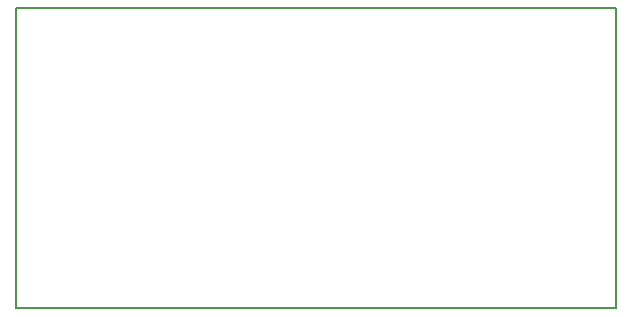
<source format=gbr>
%FSLAX34Y34*%
G04 Gerber Fmt 3.4, Leading zero omitted, Abs format*
G04 (created by PCBNEW (2013-11-03 BZR 4430)-product) date Fri 08 Nov 2013 11:28:15 PM CST*
%MOIN*%
G01*
G70*
G90*
G04 APERTURE LIST*
%ADD10C,0.005906*%
%ADD11C,0.006890*%
G04 APERTURE END LIST*
G54D10*
G54D11*
X61150Y-36075D02*
X41150Y-36075D01*
X41150Y-46075D02*
X41150Y-36075D01*
X61150Y-46075D02*
X41150Y-46075D01*
X61150Y-36075D02*
X61150Y-46075D01*
M02*

</source>
